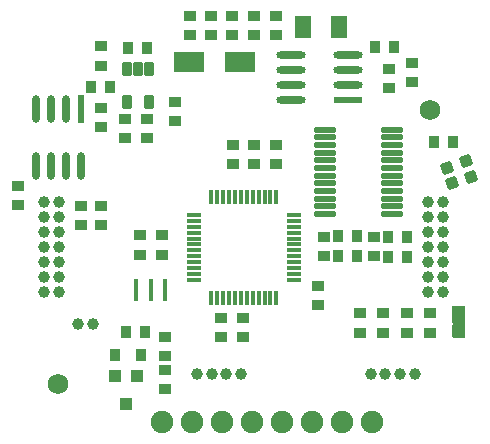
<source format=gts>
G04*
G04 #@! TF.GenerationSoftware,Altium Limited,Altium Designer,24.5.2 (23)*
G04*
G04 Layer_Color=8388736*
%FSLAX25Y25*%
%MOIN*%
G70*
G04*
G04 #@! TF.SameCoordinates,7B9D950A-14CE-42BF-A02F-5B63482B5899*
G04*
G04*
G04 #@! TF.FilePolarity,Negative*
G04*
G01*
G75*
%ADD18R,0.02449X0.09359*%
G04:AMPARAMS|DCode=19|XSize=93.59mil|YSize=24.49mil|CornerRadius=12.25mil|HoleSize=0mil|Usage=FLASHONLY|Rotation=270.000|XOffset=0mil|YOffset=0mil|HoleType=Round|Shape=RoundedRectangle|*
%AMROUNDEDRECTD19*
21,1,0.09359,0.00000,0,0,270.0*
21,1,0.06909,0.02449,0,0,270.0*
1,1,0.02449,0.00000,-0.03455*
1,1,0.02449,0.00000,0.03455*
1,1,0.02449,0.00000,0.03455*
1,1,0.02449,0.00000,-0.03455*
%
%ADD19ROUNDEDRECTD19*%
%ADD21R,0.01575X0.07480*%
%ADD22R,0.10433X0.06890*%
G04:AMPARAMS|DCode=26|XSize=97.4mil|YSize=24.49mil|CornerRadius=12.25mil|HoleSize=0mil|Usage=FLASHONLY|Rotation=180.000|XOffset=0mil|YOffset=0mil|HoleType=Round|Shape=RoundedRectangle|*
%AMROUNDEDRECTD26*
21,1,0.09740,0.00000,0,0,180.0*
21,1,0.07291,0.02449,0,0,180.0*
1,1,0.02449,-0.03646,0.00000*
1,1,0.02449,0.03646,0.00000*
1,1,0.02449,0.03646,0.00000*
1,1,0.02449,-0.03646,0.00000*
%
%ADD26ROUNDEDRECTD26*%
%ADD27R,0.09740X0.02449*%
%ADD29R,0.01181X0.04724*%
%ADD30R,0.04724X0.01181*%
%ADD31R,0.04331X0.02559*%
G04:AMPARAMS|DCode=32|XSize=39.5mil|YSize=39.5mil|CornerRadius=7.94mil|HoleSize=0mil|Usage=FLASHONLY|Rotation=200.000|XOffset=0mil|YOffset=0mil|HoleType=Round|Shape=RoundedRectangle|*
%AMROUNDEDRECTD32*
21,1,0.03950,0.02362,0,0,200.0*
21,1,0.02362,0.03950,0,0,200.0*
1,1,0.01587,-0.01514,0.00706*
1,1,0.01587,0.00706,0.01514*
1,1,0.01587,0.01514,-0.00706*
1,1,0.01587,-0.00706,-0.01514*
%
%ADD32ROUNDEDRECTD32*%
%ADD33R,0.03950X0.03359*%
%ADD34R,0.03359X0.03950*%
%ADD35R,0.05800X0.07800*%
%ADD36R,0.03950X0.03950*%
%ADD37R,0.03280X0.04068*%
%ADD38O,0.07493X0.02178*%
G04:AMPARAMS|DCode=39|XSize=31.62mil|YSize=47.37mil|CornerRadius=6.01mil|HoleSize=0mil|Usage=FLASHONLY|Rotation=0.000|XOffset=0mil|YOffset=0mil|HoleType=Round|Shape=RoundedRectangle|*
%AMROUNDEDRECTD39*
21,1,0.03162,0.03535,0,0,0.0*
21,1,0.01961,0.04737,0,0,0.0*
1,1,0.01202,0.00980,-0.01768*
1,1,0.01202,-0.00980,-0.01768*
1,1,0.01202,-0.00980,0.01768*
1,1,0.01202,0.00980,0.01768*
%
%ADD39ROUNDEDRECTD39*%
%ADD40C,0.03937*%
%ADD41C,0.06800*%
%ADD42C,0.03950*%
%ADD43C,0.07493*%
G36*
X-53298Y-150584D02*
X-53298D01*
X-53272Y-150588D01*
X-53246Y-150591D01*
X-53246Y-150591D01*
X-53246Y-150591D01*
X-53222Y-150598D01*
X-53196Y-150605D01*
X-53195Y-150605D01*
X-53195Y-150605D01*
X-53171Y-150615D01*
X-53147Y-150625D01*
X-53147Y-150625D01*
X-53146Y-150625D01*
X-53125Y-150638D01*
X-53102Y-150651D01*
X-51330Y-151832D01*
X-51319Y-151840D01*
X-51308Y-151847D01*
X-51299Y-151856D01*
X-51288Y-151864D01*
X-51279Y-151873D01*
X-51269Y-151882D01*
X-51261Y-151892D01*
X-51251Y-151901D01*
X-51243Y-151911D01*
X-51234Y-151921D01*
X-51227Y-151932D01*
X-51219Y-151942D01*
X-51213Y-151954D01*
X-51205Y-151965D01*
X-51200Y-151977D01*
X-51193Y-151988D01*
X-51188Y-152000D01*
X-51182Y-152012D01*
X-51178Y-152024D01*
X-51173Y-152036D01*
X-51170Y-152049D01*
X-51165Y-152062D01*
X-51163Y-152074D01*
X-51159Y-152087D01*
X-51158Y-152100D01*
X-51155Y-152113D01*
X-51154Y-152126D01*
X-51152Y-152139D01*
X-51152Y-152152D01*
X-51152Y-152165D01*
Y-155709D01*
X-51155Y-155761D01*
X-51165Y-155812D01*
X-51182Y-155862D01*
X-51205Y-155909D01*
X-51234Y-155953D01*
X-51269Y-155992D01*
X-51308Y-156027D01*
X-51352Y-156056D01*
X-51399Y-156079D01*
X-51449Y-156096D01*
X-51500Y-156106D01*
X-51552Y-156109D01*
X-55096D01*
X-55148Y-156106D01*
X-55199Y-156096D01*
X-55249Y-156079D01*
X-55296Y-156056D01*
X-55340Y-156027D01*
X-55379Y-155992D01*
X-55414Y-155953D01*
X-55443Y-155909D01*
X-55466Y-155862D01*
X-55483Y-155812D01*
X-55493Y-155761D01*
X-55497Y-155709D01*
Y-152165D01*
X-55496Y-152152D01*
X-55496Y-152139D01*
X-55494Y-152126D01*
X-55493Y-152113D01*
X-55491Y-152100D01*
X-55489Y-152087D01*
X-55485Y-152074D01*
X-55483Y-152062D01*
X-55479Y-152049D01*
X-55475Y-152036D01*
X-55470Y-152024D01*
X-55466Y-152012D01*
X-55460Y-152000D01*
X-55455Y-151988D01*
X-55449Y-151977D01*
X-55443Y-151965D01*
X-55436Y-151954D01*
X-55429Y-151942D01*
X-55421Y-151932D01*
X-55414Y-151921D01*
X-55405Y-151911D01*
X-55397Y-151901D01*
X-55388Y-151892D01*
X-55379Y-151882D01*
X-55369Y-151873D01*
X-55360Y-151864D01*
X-55349Y-151856D01*
X-55340Y-151847D01*
X-55329Y-151840D01*
X-55318Y-151832D01*
X-53547Y-150651D01*
X-53547Y-150651D01*
X-53547Y-150651D01*
X-53546Y-150651D01*
X-53525Y-150638D01*
X-53502Y-150625D01*
X-53501Y-150625D01*
X-53501Y-150625D01*
X-53478Y-150615D01*
X-53453Y-150605D01*
X-53453Y-150605D01*
X-53452Y-150605D01*
X-53427Y-150598D01*
X-53403Y-150591D01*
X-53402Y-150591D01*
X-53402Y-150591D01*
X-53377Y-150588D01*
X-53351Y-150584D01*
X-53350D01*
X-53350Y-150584D01*
X-53324Y-150584D01*
X-53298Y-150584D01*
X-53298Y-150584D01*
D02*
G37*
G36*
X-51500Y-145469D02*
X-51449Y-145479D01*
X-51399Y-145496D01*
X-51352Y-145519D01*
X-51308Y-145548D01*
X-51269Y-145583D01*
X-51234Y-145622D01*
X-51205Y-145666D01*
X-51182Y-145713D01*
X-51165Y-145762D01*
X-51155Y-145814D01*
X-51152Y-145866D01*
Y-150984D01*
X-51152Y-150997D01*
X-51152Y-151010D01*
X-51154Y-151023D01*
X-51155Y-151037D01*
X-51157Y-151049D01*
X-51159Y-151062D01*
X-51163Y-151075D01*
X-51165Y-151088D01*
X-51169Y-151100D01*
X-51173Y-151113D01*
X-51178Y-151125D01*
X-51182Y-151138D01*
X-51188Y-151149D01*
X-51193Y-151161D01*
X-51199Y-151173D01*
X-51205Y-151185D01*
X-51212Y-151195D01*
X-51219Y-151207D01*
X-51227Y-151217D01*
X-51234Y-151228D01*
X-51243Y-151238D01*
X-51251Y-151248D01*
X-51260Y-151258D01*
X-51269Y-151268D01*
X-51279Y-151276D01*
X-51288Y-151285D01*
X-51298Y-151294D01*
X-51308Y-151302D01*
X-51319Y-151309D01*
X-51329Y-151317D01*
X-51341Y-151324D01*
X-51352Y-151331D01*
X-51364Y-151337D01*
X-51375Y-151344D01*
X-51387Y-151349D01*
X-51399Y-151355D01*
X-51411Y-151359D01*
X-51423Y-151364D01*
X-51436Y-151367D01*
X-51449Y-151372D01*
X-51461Y-151374D01*
X-51474Y-151377D01*
X-51487Y-151379D01*
X-51500Y-151382D01*
X-51513Y-151383D01*
X-51526Y-151384D01*
X-51539Y-151384D01*
X-51552Y-151385D01*
X-51565Y-151384D01*
X-51578Y-151384D01*
X-51591Y-151383D01*
X-51605Y-151382D01*
X-51617Y-151379D01*
X-51630Y-151377D01*
X-51643Y-151374D01*
X-51656Y-151372D01*
X-51668Y-151367D01*
X-51681Y-151364D01*
X-51693Y-151359D01*
X-51706Y-151355D01*
X-51717Y-151349D01*
X-51729Y-151344D01*
X-51741Y-151337D01*
X-51753Y-151331D01*
X-51763Y-151324D01*
X-51775Y-151318D01*
X-53324Y-150285D01*
X-54873Y-151318D01*
X-54885Y-151324D01*
X-54895Y-151331D01*
X-54907Y-151337D01*
X-54919Y-151344D01*
X-54931Y-151349D01*
X-54942Y-151355D01*
X-54955Y-151359D01*
X-54967Y-151364D01*
X-54980Y-151367D01*
X-54992Y-151372D01*
X-55005Y-151374D01*
X-55018Y-151377D01*
X-55031Y-151379D01*
X-55043Y-151382D01*
X-55057Y-151383D01*
X-55070Y-151384D01*
X-55083Y-151384D01*
X-55096Y-151385D01*
X-55109Y-151384D01*
X-55122Y-151384D01*
X-55135Y-151383D01*
X-55148Y-151382D01*
X-55161Y-151379D01*
X-55174Y-151377D01*
X-55187Y-151374D01*
X-55199Y-151372D01*
X-55212Y-151367D01*
X-55225Y-151364D01*
X-55237Y-151359D01*
X-55249Y-151355D01*
X-55261Y-151349D01*
X-55273Y-151344D01*
X-55285Y-151337D01*
X-55296Y-151331D01*
X-55307Y-151324D01*
X-55319Y-151317D01*
X-55329Y-151309D01*
X-55340Y-151302D01*
X-55350Y-151294D01*
X-55360Y-151285D01*
X-55370Y-151276D01*
X-55379Y-151268D01*
X-55388Y-151258D01*
X-55397Y-151248D01*
X-55405Y-151238D01*
X-55414Y-151228D01*
X-55421Y-151217D01*
X-55429Y-151207D01*
X-55436Y-151195D01*
X-55443Y-151185D01*
X-55449Y-151173D01*
X-55455Y-151161D01*
X-55460Y-151149D01*
X-55466Y-151138D01*
X-55470Y-151125D01*
X-55475Y-151113D01*
X-55479Y-151100D01*
X-55483Y-151088D01*
X-55485Y-151075D01*
X-55489Y-151062D01*
X-55491Y-151049D01*
X-55493Y-151037D01*
X-55494Y-151023D01*
X-55496Y-151010D01*
X-55496Y-150997D01*
X-55497Y-150984D01*
Y-145866D01*
X-55493Y-145814D01*
X-55483Y-145762D01*
X-55466Y-145713D01*
X-55443Y-145666D01*
X-55414Y-145622D01*
X-55379Y-145583D01*
X-55340Y-145548D01*
X-55296Y-145519D01*
X-55249Y-145496D01*
X-55199Y-145479D01*
X-55148Y-145469D01*
X-55096Y-145465D01*
X-51552D01*
X-51500Y-145469D01*
D02*
G37*
D18*
X-179289Y-79852D02*
D03*
D19*
X-184289D02*
D03*
X-189289D02*
D03*
X-194289D02*
D03*
Y-98888D02*
D03*
X-189289D02*
D03*
X-184289D02*
D03*
X-179289D02*
D03*
D21*
X-151356Y-140157D02*
D03*
X-156080D02*
D03*
X-160804D02*
D03*
D22*
X-126356Y-64173D02*
D03*
X-143285D02*
D03*
D26*
X-109293Y-76791D02*
D03*
Y-71791D02*
D03*
Y-66791D02*
D03*
Y-61791D02*
D03*
X-90269D02*
D03*
Y-66791D02*
D03*
Y-71791D02*
D03*
D27*
Y-76791D02*
D03*
D29*
X-135804Y-109252D02*
D03*
X-133836D02*
D03*
X-131867D02*
D03*
X-129899D02*
D03*
X-127930D02*
D03*
X-125962D02*
D03*
X-123993D02*
D03*
X-122025D02*
D03*
X-120056D02*
D03*
X-118088D02*
D03*
X-116119D02*
D03*
X-114151D02*
D03*
Y-142717D02*
D03*
X-116119D02*
D03*
X-118088D02*
D03*
X-120056D02*
D03*
X-122025D02*
D03*
X-123993D02*
D03*
X-125962D02*
D03*
X-127930D02*
D03*
X-129899D02*
D03*
X-131867D02*
D03*
X-133836D02*
D03*
X-135804D02*
D03*
D30*
X-108245Y-115157D02*
D03*
Y-117126D02*
D03*
Y-119095D02*
D03*
Y-121063D02*
D03*
Y-123031D02*
D03*
Y-125000D02*
D03*
Y-126969D02*
D03*
Y-128937D02*
D03*
Y-130905D02*
D03*
Y-132874D02*
D03*
Y-134843D02*
D03*
Y-136811D02*
D03*
X-141710D02*
D03*
Y-134843D02*
D03*
Y-132874D02*
D03*
Y-130905D02*
D03*
Y-128937D02*
D03*
Y-126969D02*
D03*
Y-125000D02*
D03*
Y-123031D02*
D03*
Y-121063D02*
D03*
Y-119095D02*
D03*
Y-117126D02*
D03*
Y-115157D02*
D03*
D31*
X-53319Y-151575D02*
D03*
D32*
X-50967Y-97281D02*
D03*
X-57256Y-99570D02*
D03*
X-55507Y-104688D02*
D03*
X-49218Y-102399D02*
D03*
D33*
X-125372Y-155965D02*
D03*
Y-149567D02*
D03*
X-132458Y-155965D02*
D03*
Y-149567D02*
D03*
X-62773Y-147992D02*
D03*
Y-154390D02*
D03*
X-78521Y-147992D02*
D03*
Y-154390D02*
D03*
X-70647Y-147992D02*
D03*
Y-154390D02*
D03*
X-86395Y-147992D02*
D03*
Y-154390D02*
D03*
X-200393Y-111850D02*
D03*
Y-105453D02*
D03*
X-114348Y-91693D02*
D03*
Y-98091D02*
D03*
X-100174Y-138917D02*
D03*
Y-145315D02*
D03*
X-81671Y-128799D02*
D03*
Y-122402D02*
D03*
X-98206Y-122382D02*
D03*
Y-128779D02*
D03*
X-76552Y-72874D02*
D03*
Y-66476D02*
D03*
X-114348Y-55177D02*
D03*
X-69072Y-64508D02*
D03*
X-159449Y-128386D02*
D03*
Y-121988D02*
D03*
X-151355Y-166870D02*
D03*
Y-173267D02*
D03*
X-152362Y-128386D02*
D03*
Y-121988D02*
D03*
X-179308Y-112145D02*
D03*
Y-118543D02*
D03*
X-172615Y-112145D02*
D03*
Y-118543D02*
D03*
X-151356Y-155866D02*
D03*
Y-162264D02*
D03*
X-128521Y-98091D02*
D03*
Y-91693D02*
D03*
X-121435Y-98091D02*
D03*
Y-91693D02*
D03*
X-147812Y-83897D02*
D03*
Y-77500D02*
D03*
X-121435Y-48780D02*
D03*
Y-55177D02*
D03*
X-128915Y-48720D02*
D03*
Y-55118D02*
D03*
X-136002Y-48780D02*
D03*
Y-55177D02*
D03*
X-143088Y-48780D02*
D03*
Y-55177D02*
D03*
X-164742Y-83032D02*
D03*
Y-89429D02*
D03*
X-157261Y-83032D02*
D03*
Y-89429D02*
D03*
X-172616Y-65414D02*
D03*
Y-59016D02*
D03*
X-69072Y-70905D02*
D03*
X-172615Y-79468D02*
D03*
Y-85866D02*
D03*
X-114348Y-48780D02*
D03*
D34*
X-61651Y-90945D02*
D03*
X-55253D02*
D03*
X-87123Y-128741D02*
D03*
X-93521D02*
D03*
X-93541Y-122047D02*
D03*
X-87143D02*
D03*
X-74918Y-59056D02*
D03*
X-164407Y-154330D02*
D03*
X-158009D02*
D03*
X-76985Y-129134D02*
D03*
X-70588D02*
D03*
X-76985Y-122441D02*
D03*
X-70588D02*
D03*
X-81316Y-59056D02*
D03*
X-169427Y-72441D02*
D03*
X-175824D02*
D03*
X-157261Y-59449D02*
D03*
X-163659D02*
D03*
D35*
X-93391Y-52362D02*
D03*
X-105391D02*
D03*
D36*
X-164348Y-178347D02*
D03*
X-168088Y-168898D02*
D03*
X-160608D02*
D03*
D37*
X-159171Y-161811D02*
D03*
X-167950D02*
D03*
D38*
X-75568Y-114862D02*
D03*
Y-112303D02*
D03*
Y-109744D02*
D03*
Y-107185D02*
D03*
Y-104626D02*
D03*
Y-102067D02*
D03*
Y-99508D02*
D03*
Y-96949D02*
D03*
Y-94390D02*
D03*
Y-91831D02*
D03*
Y-89272D02*
D03*
Y-86713D02*
D03*
X-98009Y-114862D02*
D03*
Y-112303D02*
D03*
Y-109744D02*
D03*
Y-107185D02*
D03*
Y-104626D02*
D03*
Y-102067D02*
D03*
Y-99508D02*
D03*
Y-96949D02*
D03*
Y-94390D02*
D03*
Y-91831D02*
D03*
Y-89272D02*
D03*
Y-86713D02*
D03*
D39*
X-156474Y-77362D02*
D03*
X-163954D02*
D03*
Y-66536D02*
D03*
X-160214D02*
D03*
X-156474D02*
D03*
D40*
X-125864Y-168110D02*
D03*
X-140627Y-168110D02*
D03*
X-135706D02*
D03*
X-130785D02*
D03*
X-72911D02*
D03*
X-77832D02*
D03*
X-82753D02*
D03*
X-67989Y-168110D02*
D03*
X-180293Y-151575D02*
D03*
X-175371D02*
D03*
D41*
X-187062Y-171640D02*
D03*
X-62970Y-80315D02*
D03*
D42*
X-186730Y-115984D02*
D03*
X-191730D02*
D03*
X-186730Y-120984D02*
D03*
X-191730D02*
D03*
Y-110984D02*
D03*
X-186730D02*
D03*
Y-130984D02*
D03*
X-191730D02*
D03*
X-186730Y-135984D02*
D03*
X-191730D02*
D03*
X-186730Y-140984D02*
D03*
X-191730D02*
D03*
Y-125984D02*
D03*
X-186730D02*
D03*
X-58698Y-115984D02*
D03*
X-63698D02*
D03*
X-58698Y-120984D02*
D03*
X-63698D02*
D03*
Y-110984D02*
D03*
X-58698D02*
D03*
Y-130984D02*
D03*
X-63698D02*
D03*
X-58698Y-135984D02*
D03*
X-63698D02*
D03*
X-58698Y-140984D02*
D03*
X-63698D02*
D03*
Y-125984D02*
D03*
X-58698D02*
D03*
D43*
X-82104Y-184252D02*
D03*
X-92104D02*
D03*
X-102104D02*
D03*
X-112104D02*
D03*
X-122104D02*
D03*
X-132104D02*
D03*
X-142104D02*
D03*
X-152104D02*
D03*
M02*

</source>
